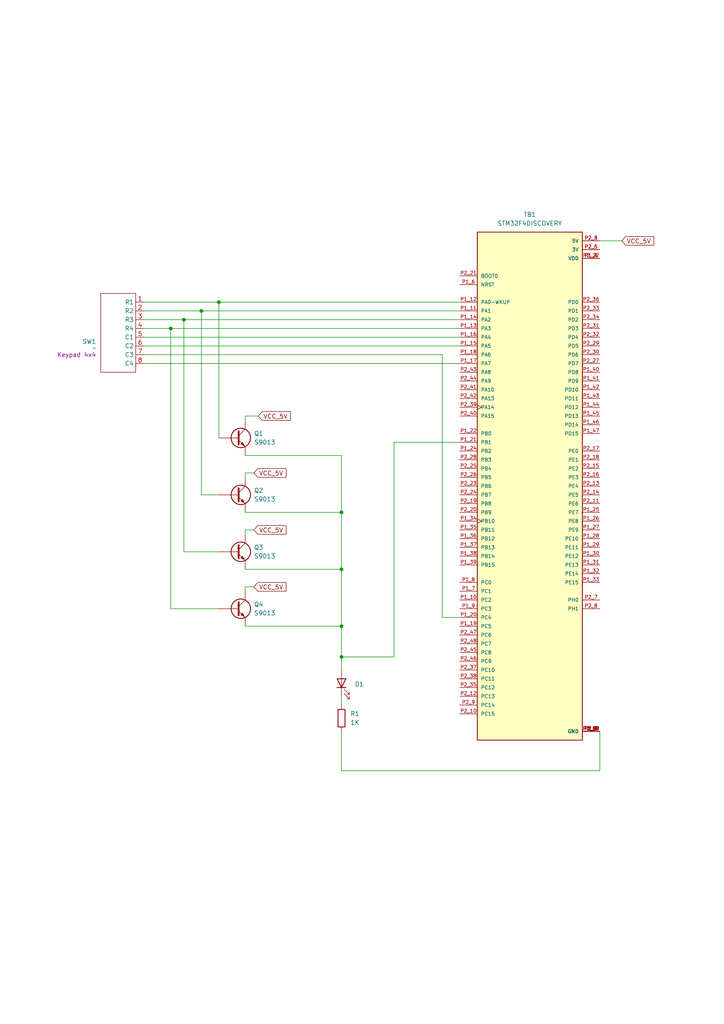
<source format=kicad_sch>
(kicad_sch (version 20250114) (generator "eeschema") (generator_version "9.0")
  (paper "A4" portrait)
  (title_block (title "Keypad HID") (date "2025-05-29"))
  (lib_symbols
    (symbol "Device:Q_NPN" (pin_numbers (hide yes)) (pin_names (offset 0) (hide yes))
      (property "Reference" "Q" (at 5.08 1.27 0))
      (property "Value" "Q_NPN" (at 5.08 -1.27 0))
      (symbol "Q_NPN_0_1"
        (polyline (pts (xy -2.54 0) (xy 0.635 0)))
        (polyline (pts (xy 0.635 1.905) (xy 0.635 -1.905)) (stroke (width 0.508)))
        (polyline (pts (xy 0.635 0.635) (xy 2.54 2.54)))
        (polyline (pts (xy 0.635 -0.635) (xy 2.54 -2.54)))
        (circle (center 1.27 0) (radius 2.8194) (stroke (width 0.254)))
        (polyline (pts (xy 1.27 -1.778) (xy 1.778 -1.27) (xy 2.286 -2.286) (xy 1.27 -1.778)) (fill (type outline)))
      )
      (symbol "Q_NPN_1_1"
        (pin input line (at -5.08 0 0) (length 2.54) (name "B") (number "B"))
        (pin passive line (at 2.54 5.08 270) (length 2.54) (name "C") (number "C"))
        (pin passive line (at 2.54 -5.08 90) (length 2.54) (name "E") (number "E"))
      )
    )
    (symbol "Device:R" (pin_numbers (hide yes)) (pin_names (offset 0))
      (property "Reference" "R" (at 2.032 0 90))
      (property "Value" "R" (at 0 0 90))
      (symbol "R_0_1"
        (rectangle (start -1.016 -2.54) (end 1.016 2.54) (stroke (width 0.254)))
      )
      (symbol "R_1_1"
        (pin passive line (at 0 3.81 270) (length 1.27) (name "~") (number "1"))
        (pin passive line (at 0 -3.81 90) (length 1.27) (name "~") (number "2"))
      )
    )
    (symbol "LED:IR26-21C_L110_TR8" (pin_numbers (hide yes)) (pin_names (offset 1.016) (hide yes))
      (property "Reference" "D" (at 0 2.54 0))
      (property "Value" "IR26-21C_L110_TR8" (at 0 -3.81 0))
      (symbol "IR26-21C_L110_TR8_0_1"
        (polyline (pts (xy -3.048 -0.762) (xy -4.572 -2.286) (xy -3.81 -2.286) (xy -4.572 -2.286) (xy -4.572 -1.524)))
        (polyline (pts (xy -1.778 -0.762) (xy -3.302 -2.286) (xy -2.54 -2.286) (xy -3.302 -2.286) (xy -3.302 -1.524)))
        (polyline (pts (xy -1.27 0) (xy 1.27 0)))
        (polyline (pts (xy -1.27 -1.27) (xy -1.27 1.27)) (stroke (width 0.254)))
        (polyline (pts (xy 1.27 -1.27) (xy 1.27 1.27) (xy -1.27 0) (xy 1.27 -1.27)) (stroke (width 0.254)))
      )
      (symbol "IR26-21C_L110_TR8_1_1"
        (pin passive line (at -3.81 0 0) (length 2.54) (name "K") (number "1"))
        (pin passive line (at 3.81 0 180) (length 2.54) (name "A") (number "2"))
      )
    )
    (symbol "STM32F407-DISCOVERY:Keypad_4x4"
      (property "Reference" "SW" (at -1.524 16.256 0))
      (property "Description" "Keypad 4x4" (at 2.794 14.224 0))
      (symbol "Keypad_4x4_1_1"
        (rectangle (start -2.54 12.7) (end 20.32 2.54))
        (pin passive line (at 0 0 90) (length 2.54) (name "R1") (number "1"))
        (pin passive line (at 2.54 0 90) (length 2.54) (name "R2") (number "2"))
        (pin passive line (at 5.08 0 90) (length 2.54) (name "R3") (number "3"))
        (pin passive line (at 7.62 0 90) (length 2.54) (name "R4") (number "4"))
        (pin passive line (at 10.16 0 90) (length 2.54) (name "C1") (number "5"))
        (pin passive line (at 12.7 0 90) (length 2.54) (name "C2") (number "6"))
        (pin passive line (at 15.24 0 90) (length 2.54) (name "C3") (number "7"))
        (pin passive line (at 17.78 0 90) (length 2.54) (name "C4") (number "8"))
      )
    )
    (symbol "STM32F407-DISCOVERY:STM32F4DISCOVERY" (pin_names (offset 1.016))
      (property "Reference" "TB" (at -15.2416 74.1716 0))
      (property "Value" "STM32F4DISCOVERY" (at -15.2403 -76.2007 0))
      (symbol "STM32F4DISCOVERY_0_0"
        (rectangle (start -15.24 -73.66) (end 15.24 73.66) (stroke (width 0.254)) (fill (type background)))
        (pin input line (at -20.32 60.96 0) (length 5.08) (name "BOOT0") (number "P2_21"))
        (pin input line (at -20.32 58.42 0) (length 5.08) (name "NRST") (number "P1_6"))
        (pin bidirectional line (at -20.32 53.34 0) (length 5.08) (name "PA0-WKUP") (number "P1_12"))
        (pin bidirectional line (at -20.32 50.8 0) (length 5.08) (name "PA1") (number "P1_11"))
        (pin bidirectional line (at -20.32 48.26 0) (length 5.08) (name "PA2") (number "P1_14"))
        (pin bidirectional line (at -20.32 45.72 0) (length 5.08) (name "PA3") (number "P1_13"))
        (pin bidirectional line (at -20.32 43.18 0) (length 5.08) (name "PA4") (number "P1_16"))
        (pin bidirectional line (at -20.32 40.64 0) (length 5.08) (name "PA5") (number "P1_15"))
        (pin bidirectional line (at -20.32 38.1 0) (length 5.08) (name "PA6") (number "P1_18"))
        (pin bidirectional line (at -20.32 35.56 0) (length 5.08) (name "PA7") (number "P1_17"))
        (pin bidirectional line (at -20.32 33.02 0) (length 5.08) (name "PA8") (number "P2_43"))
        (pin bidirectional line (at -20.32 30.48 0) (length 5.08) (name "PA9") (number "P2_44"))
        (pin bidirectional line (at -20.32 27.94 0) (length 5.08) (name "PA10") (number "P2_41"))
        (pin bidirectional line (at -20.32 25.4 0) (length 5.08) (name "PA13") (number "P2_42"))
        (pin bidirectional clock (at -20.32 22.86 0) (length 5.08) (name "PA14") (number "P2_39"))
        (pin bidirectional line (at -20.32 20.32 0) (length 5.08) (name "PA15") (number "P2_40"))
        (pin bidirectional line (at -20.32 15.24 0) (length 5.08) (name "PB0") (number "P1_22"))
        (pin bidirectional line (at -20.32 12.7 0) (length 5.08) (name "PB1") (number "P1_21"))
        (pin bidirectional line (at -20.32 10.16 0) (length 5.08) (name "PB2") (number "P1_24"))
        (pin bidirectional line (at -20.32 7.62 0) (length 5.08) (name "PB3") (number "P2_28"))
        (pin bidirectional line (at -20.32 5.08 0) (length 5.08) (name "PB4") (number "P2_25"))
        (pin bidirectional line (at -20.32 2.54 0) (length 5.08) (name "PB5") (number "P2_26"))
        (pin bidirectional line (at -20.32 0 0) (length 5.08) (name "PB6") (number "P2_23"))
        (pin bidirectional line (at -20.32 -2.54 0) (length 5.08) (name "PB7") (number "P2_24"))
        (pin bidirectional line (at -20.32 -5.08 0) (length 5.08) (name "PB8") (number "P2_19"))
        (pin bidirectional line (at -20.32 -7.62 0) (length 5.08) (name "PB9") (number "P2_20"))
        (pin bidirectional clock (at -20.32 -10.16 0) (length 5.08) (name "PB10") (number "P1_34"))
        (pin bidirectional line (at -20.32 -12.7 0) (length 5.08) (name "PB11") (number "P1_35"))
        (pin bidirectional line (at -20.32 -15.24 0) (length 5.08) (name "PB12") (number "P1_36"))
        (pin bidirectional line (at -20.32 -17.78 0) (length 5.08) (name "PB13") (number "P1_37"))
        (pin bidirectional line (at -20.32 -20.32 0) (length 5.08) (name "PB14") (number "P1_38"))
        (pin bidirectional line (at -20.32 -22.86 0) (length 5.08) (name "PB15") (number "P1_39"))
        (pin bidirectional line (at -20.32 -27.94 0) (length 5.08) (name "PC0") (number "P1_8"))
        (pin bidirectional line (at -20.32 -30.48 0) (length 5.08) (name "PC1") (number "P1_7"))
        (pin bidirectional line (at -20.32 -33.02 0) (length 5.08) (name "PC2") (number "P1_10"))
        (pin bidirectional line (at -20.32 -35.56 0) (length 5.08) (name "PC3") (number "P1_9"))
        (pin bidirectional line (at -20.32 -38.1 0) (length 5.08) (name "PC4") (number "P1_20"))
        (pin bidirectional line (at -20.32 -40.64 0) (length 5.08) (name "PC5") (number "P1_19"))
        (pin bidirectional line (at -20.32 -43.18 0) (length 5.08) (name "PC6") (number "P2_47"))
        (pin bidirectional line (at -20.32 -45.72 0) (length 5.08) (name "PC7") (number "P2_48"))
        (pin bidirectional line (at -20.32 -48.26 0) (length 5.08) (name "PC8") (number "P2_45"))
        (pin bidirectional line (at -20.32 -50.8 0) (length 5.08) (name "PC9") (number "P2_46"))
        (pin bidirectional line (at -20.32 -53.34 0) (length 5.08) (name "PC10") (number "P2_37"))
        (pin bidirectional line (at -20.32 -55.88 0) (length 5.08) (name "PC11") (number "P2_38"))
        (pin bidirectional line (at -20.32 -58.42 0) (length 5.08) (name "PC12") (number "P2_35"))
        (pin bidirectional line (at -20.32 -60.96 0) (length 5.08) (name "PC13") (number "P2_12"))
        (pin bidirectional line (at -20.32 -63.5 0) (length 5.08) (name "PC14") (number "P2_9"))
        (pin bidirectional line (at -20.32 -66.04 0) (length 5.08) (name "PC15") (number "P2_10"))
        (pin power_in line (at 20.32 71.12 180) (length 5.08) (name "5V") (number "P2_3"))
        (pin power_in line (at 20.32 71.12 180) (length 5.08) (name "5V") (number "P2_4"))
        (pin power_in line (at 20.32 68.58 180) (length 5.08) (name "3V") (number "P2_5"))
        (pin power_in line (at 20.32 68.58 180) (length 5.08) (name "3V") (number "P2_6"))
        (pin power_in line (at 20.32 66.04 180) (length 5.08) (name "VDD") (number "P1_3"))
        (pin power_in line (at 20.32 66.04 180) (length 5.08) (name "VDD") (number "P1_4"))
        (pin power_in line (at 20.32 66.04 180) (length 5.08) (name "VDD") (number "P2_22"))
        (pin bidirectional line (at 20.32 53.34 180) (length 5.08) (name "PD0") (number "P2_36"))
        (pin bidirectional line (at 20.32 50.8 180) (length 5.08) (name "PD1") (number "P2_33"))
        (pin bidirectional line (at 20.32 48.26 180) (length 5.08) (name "PD2") (number "P2_34"))
        (pin bidirectional line (at 20.32 45.72 180) (length 5.08) (name "PD3") (number "P2_31"))
        (pin bidirectional line (at 20.32 43.18 180) (length 5.08) (name "PD4") (number "P2_32"))
        (pin bidirectional line (at 20.32 40.64 180) (length 5.08) (name "PD5") (number "P2_29"))
        (pin bidirectional line (at 20.32 38.1 180) (length 5.08) (name "PD6") (number "P2_30"))
        (pin bidirectional line (at 20.32 35.56 180) (length 5.08) (name "PD7") (number "P2_27"))
        (pin bidirectional line (at 20.32 33.02 180) (length 5.08) (name "PD8") (number "P1_40"))
        (pin bidirectional line (at 20.32 30.48 180) (length 5.08) (name "PD9") (number "P1_41"))
        (pin bidirectional line (at 20.32 27.94 180) (length 5.08) (name "PD10") (number "P1_42"))
        (pin bidirectional line (at 20.32 25.4 180) (length 5.08) (name "PD11") (number "P1_43"))
        (pin bidirectional line (at 20.32 22.86 180) (length 5.08) (name "PD12") (number "P1_44"))
        (pin bidirectional line (at 20.32 20.32 180) (length 5.08) (name "PD13") (number "P1_45"))
        (pin bidirectional line (at 20.32 17.78 180) (length 5.08) (name "PD14") (number "P1_46"))
        (pin bidirectional line (at 20.32 15.24 180) (length 5.08) (name "PD15") (number "P1_47"))
        (pin bidirectional line (at 20.32 10.16 180) (length 5.08) (name "PE0") (number "P2_17"))
        (pin bidirectional line (at 20.32 7.62 180) (length 5.08) (name "PE1") (number "P2_18"))
        (pin bidirectional line (at 20.32 5.08 180) (length 5.08) (name "PE2") (number "P2_15"))
        (pin bidirectional line (at 20.32 2.54 180) (length 5.08) (name "PE3") (number "P2_16"))
        (pin bidirectional line (at 20.32 0 180) (length 5.08) (name "PE4") (number "P2_13"))
        (pin bidirectional line (at 20.32 -2.54 180) (length 5.08) (name "PE5") (number "P2_14"))
        (pin bidirectional line (at 20.32 -5.08 180) (length 5.08) (name "PE6") (number "P2_11"))
        (pin bidirectional line (at 20.32 -7.62 180) (length 5.08) (name "PE7") (number "P1_25"))
        (pin bidirectional line (at 20.32 -10.16 180) (length 5.08) (name "PE8") (number "P1_26"))
        (pin bidirectional line (at 20.32 -12.7 180) (length 5.08) (name "PE9") (number "P1_27"))
        (pin bidirectional line (at 20.32 -15.24 180) (length 5.08) (name "PE10") (number "P1_28"))
        (pin bidirectional line (at 20.32 -17.78 180) (length 5.08) (name "PE11") (number "P1_29"))
        (pin bidirectional line (at 20.32 -20.32 180) (length 5.08) (name "PE12") (number "P1_30"))
        (pin bidirectional line (at 20.32 -22.86 180) (length 5.08) (name "PE13") (number "P1_31"))
        (pin bidirectional line (at 20.32 -25.4 180) (length 5.08) (name "PE14") (number "P1_32"))
        (pin bidirectional line (at 20.32 -27.94 180) (length 5.08) (name "PE15") (number "P1_33"))
        (pin bidirectional line (at 20.32 -33.02 180) (length 5.08) (name "PH0") (number "P2_7"))
        (pin bidirectional line (at 20.32 -35.56 180) (length 5.08) (name "PH1") (number "P2_8"))
        (pin power_in line (at 20.32 -71.12 180) (length 5.08) (name "GND") (number "P1_1"))
        (pin power_in line (at 20.32 -71.12 180) (length 5.08) (name "GND") (number "P1_2"))
        (pin power_in line (at 20.32 -71.12 180) (length 5.08) (name "GND") (number "P1_23"))
        (pin power_in line (at 20.32 -71.12 180) (length 5.08) (name "GND") (number "P1_49"))
        (pin power_in line (at 20.32 -71.12 180) (length 5.08) (name "GND") (number "P1_5"))
        (pin power_in line (at 20.32 -71.12 180) (length 5.08) (name "GND") (number "P1_50"))
        (pin power_in line (at 20.32 -71.12 180) (length 5.08) (name "GND") (number "P2_1"))
        (pin power_in line (at 20.32 -71.12 180) (length 5.08) (name "GND") (number "P2_2"))
        (pin power_in line (at 20.32 -71.12 180) (length 5.08) (name "GND") (number "P2_49"))
        (pin power_in line (at 20.32 -71.12 180) (length 5.08) (name "GND") (number "P2_50"))
      )
    )
  )
  (junction (at 63.5 87.63))
  (junction (at 99.06 165.1))
  (junction (at 53.34 92.71))
  (junction (at 99.06 148.59))
  (junction (at 49.53 95.25))
  (junction (at 99.06 190.5))
  (junction (at 99.06 181.61))
  (junction (at 58.42 90.17))
  (wire (pts (xy 99.06 194.31) (xy 99.06 190.5)))
  (wire (pts (xy 133.35 179.07) (xy 128.27 179.07)))
  (wire (pts (xy 71.12 153.67) (xy 73.66 153.67)))
  (wire (pts (xy 71.12 154.94) (xy 71.12 153.67)))
  (wire (pts (xy 63.5 143.51) (xy 58.42 143.51)))
  (wire (pts (xy 128.27 179.07) (xy 128.27 102.87)))
  (wire (pts (xy 173.99 69.85) (xy 180.34 69.85)))
  (wire (pts (xy 71.12 132.08) (xy 99.06 132.08)))
  (wire (pts (xy 41.91 97.79) (xy 133.35 97.79)))
  (wire (pts (xy 71.12 137.16) (xy 73.66 137.16)))
  (wire (pts (xy 49.53 176.53) (xy 49.53 95.25)))
  (wire (pts (xy 133.35 128.27) (xy 114.3 128.27)))
  (wire (pts (xy 41.91 100.33) (xy 133.35 100.33)))
  (wire (pts (xy 63.5 87.63) (xy 41.91 87.63)))
  (wire (pts (xy 53.34 92.71) (xy 53.34 160.02)))
  (wire (pts (xy 41.91 92.71) (xy 53.34 92.71)))
  (wire (pts (xy 41.91 95.25) (xy 49.53 95.25)))
  (wire (pts (xy 41.91 90.17) (xy 58.42 90.17)))
  (wire (pts (xy 99.06 181.61) (xy 99.06 190.5)))
  (wire (pts (xy 58.42 90.17) (xy 133.35 90.17)))
  (wire (pts (xy 71.12 121.92) (xy 71.12 120.65)))
  (wire (pts (xy 71.12 120.65) (xy 74.93 120.65)))
  (wire (pts (xy 63.5 160.02) (xy 53.34 160.02)))
  (wire (pts (xy 133.35 87.63) (xy 63.5 87.63)))
  (wire (pts (xy 71.12 165.1) (xy 99.06 165.1)))
  (wire (pts (xy 114.3 190.5) (xy 99.06 190.5)))
  (wire (pts (xy 99.06 223.52) (xy 173.99 223.52)))
  (wire (pts (xy 114.3 128.27) (xy 114.3 190.5)))
  (wire (pts (xy 58.42 143.51) (xy 58.42 90.17)))
  (wire (pts (xy 128.27 102.87) (xy 41.91 102.87)))
  (wire (pts (xy 99.06 165.1) (xy 99.06 181.61)))
  (wire (pts (xy 71.12 170.18) (xy 73.66 170.18)))
  (wire (pts (xy 71.12 171.45) (xy 71.12 170.18)))
  (wire (pts (xy 71.12 138.43) (xy 71.12 137.16)))
  (wire (pts (xy 99.06 148.59) (xy 99.06 165.1)))
  (wire (pts (xy 99.06 201.93) (xy 99.06 204.47)))
  (wire (pts (xy 63.5 176.53) (xy 49.53 176.53)))
  (wire (pts (xy 49.53 95.25) (xy 133.35 95.25)))
  (wire (pts (xy 173.99 223.52) (xy 173.99 212.09)))
  (wire (pts (xy 99.06 212.09) (xy 99.06 223.52)))
  (wire (pts (xy 63.5 87.63) (xy 63.5 127)))
  (wire (pts (xy 71.12 148.59) (xy 99.06 148.59)))
  (wire (pts (xy 99.06 132.08) (xy 99.06 148.59)))
  (wire (pts (xy 53.34 92.71) (xy 133.35 92.71)))
  (wire (pts (xy 71.12 181.61) (xy 99.06 181.61)))
  (wire (pts (xy 41.91 105.41) (xy 133.35 105.41)))
  (global_label "VCC_5V" (shape input) (at 73.66 137.16 0) (property "Intersheetrefs" "${INTERSHEET_REFS}" (effects (hide yes))))
  (global_label "VCC_5V" (shape input) (at 74.93 120.65 0) (property "Intersheetrefs" "${INTERSHEET_REFS}" (effects (hide yes))))
  (global_label "VCC_5V" (shape input) (at 180.34 69.85 0) (property "Intersheetrefs" "${INTERSHEET_REFS}" (effects (hide yes))))
  (global_label "VCC_5V" (shape input) (at 73.66 153.67 0) (property "Intersheetrefs" "${INTERSHEET_REFS}" (effects (hide yes))))
  (global_label "VCC_5V" (shape input) (at 73.66 170.18 0) (property "Intersheetrefs" "${INTERSHEET_REFS}" (effects (hide yes))))
  (symbol (lib_id "LED:IR26-21C_L110_TR8") (at 99.06 198.12 90) (unit 1)
    (property "Reference" "D1" (at 102.87 198.4374 90) (effects (justify right)))
    (property "Footprint" "LED_SMD:LED_1206_3216Metric" (effects (hide yes)))
  )
  (symbol (lib_id "STM32F407-DISCOVERY:STM32F4DISCOVERY") (at 153.67 140.97 0) (unit 1)
    (property "Reference" "TB1" (at 153.67 62.23 0))
    (property "Value" "STM32F4DISCOVERY" (at 153.67 64.77 0))
    (property "Footprint" "STM32F4DISCOVERY:MODULE_STM32F4DISCOVERY" (effects (hide yes)))
    (property "MF" "STMicroelectronics" (effects (hide yes)))
    (property "Description_1" "STM32F407VGT6 Discovery STM32F4 ARM® Cortex®-M4 MCU 32-Bit Embedded Evaluation Board" (effects (hide yes)))
    (property "Package" "None" (effects (hide yes)))
    (property "Price" "None" (effects (hide yes)))
    (property "STANDARD" "Manufacturer Recommendations" (effects (hide yes)))
    (property "PARTREV" "6" (effects (hide yes)))
    (property "SnapEDA_Link" "https://www.snapeda.com/parts/STM32F4DISCOVERY/STMicroelectronics/view-part/?ref=snap" (effects (hide yes)))
    (property "MP" "STM32F4DISCOVERY" (effects (hide yes)))
    (property "Availability" "In Stock" (effects (hide yes)))
    (property "Check_prices" "https://www.snapeda.com/parts/STM32F4DISCOVERY/STMicroelectronics/view-part/?ref=eda" (effects (hide yes)))
  )
  (symbol (lib_id "Device:Q_NPN") (at 68.58 176.53 0) (unit 1)
    (property "Reference" "Q4" (at 73.66 175.2599 0) (effects (justify left)))
    (property "Value" "S9013" (at 73.66 177.7999 0) (effects (justify left)))
    (property "Description" "NPN bipolar junction transistor" (effects (hide yes)))
  )
  (symbol (lib_id "STM32F407-DISCOVERY:Keypad_4x4") (at 41.91 87.63 90) (mirror x) (unit 1)
    (property "Reference" "SW1" (at 27.94 99.0599 90) (effects (justify left)))
    (property "Value" "~" (at 27.94 100.965 90) (effects (justify left)))
    (property "Description" "Keypad 4x4" (at 27.94 102.8699 90) (effects (justify left)))
  )
  (symbol (lib_id "Device:Q_NPN") (at 68.58 127 0) (unit 1)
    (property "Reference" "Q1" (at 73.66 125.7299 0) (effects (justify left)))
    (property "Value" "S9013" (at 73.66 128.2699 0) (effects (justify left)))
    (property "Description" "NPN bipolar junction transistor" (effects (hide yes)))
  )
  (symbol (lib_id "Device:R") (at 99.06 208.28 0) (unit 1)
    (property "Reference" "R1" (at 101.6 207.0099 0) (effects (justify left)))
    (property "Value" "1K" (at 101.6 209.5499 0) (effects (justify left)))
    (property "Description" "Resistor" (effects (hide yes)))
  )
  (symbol (lib_id "Device:Q_NPN") (at 68.58 160.02 0) (unit 1)
    (property "Reference" "Q3" (at 73.66 158.7499 0) (effects (justify left)))
    (property "Value" "S9013" (at 73.66 161.2899 0) (effects (justify left)))
    (property "Description" "NPN bipolar junction transistor" (effects (hide yes)))
  )
  (symbol (lib_id "Device:Q_NPN") (at 68.58 143.51 0) (unit 1)
    (property "Reference" "Q2" (at 73.66 142.2399 0) (effects (justify left)))
    (property "Value" "S9013" (at 73.66 144.7799 0) (effects (justify left)))
    (property "Description" "NPN bipolar junction transistor" (effects (hide yes)))
  )
)
</source>
